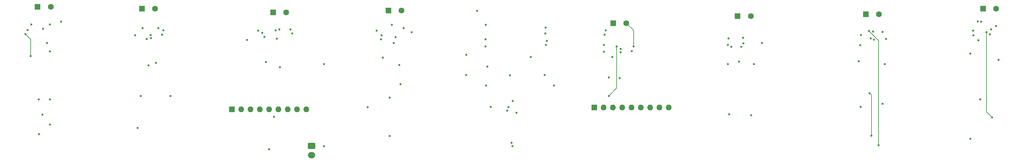
<source format=gbr>
%TF.GenerationSoftware,KiCad,Pcbnew,8.0.8*%
%TF.CreationDate,2025-05-04T20:59:53-05:00*%
%TF.ProjectId,Feedback_sleeve,46656564-6261-4636-9b5f-736c65657665,rev?*%
%TF.SameCoordinates,Original*%
%TF.FileFunction,Copper,L8,Inr*%
%TF.FilePolarity,Positive*%
%FSLAX46Y46*%
G04 Gerber Fmt 4.6, Leading zero omitted, Abs format (unit mm)*
G04 Created by KiCad (PCBNEW 8.0.8) date 2025-05-04 20:59:53*
%MOMM*%
%LPD*%
G01*
G04 APERTURE LIST*
G04 Aperture macros list*
%AMRoundRect*
0 Rectangle with rounded corners*
0 $1 Rounding radius*
0 $2 $3 $4 $5 $6 $7 $8 $9 X,Y pos of 4 corners*
0 Add a 4 corners polygon primitive as box body*
4,1,4,$2,$3,$4,$5,$6,$7,$8,$9,$2,$3,0*
0 Add four circle primitives for the rounded corners*
1,1,$1+$1,$2,$3*
1,1,$1+$1,$4,$5*
1,1,$1+$1,$6,$7*
1,1,$1+$1,$8,$9*
0 Add four rect primitives between the rounded corners*
20,1,$1+$1,$2,$3,$4,$5,0*
20,1,$1+$1,$4,$5,$6,$7,0*
20,1,$1+$1,$6,$7,$8,$9,0*
20,1,$1+$1,$8,$9,$2,$3,0*%
G04 Aperture macros list end*
%TA.AperFunction,ComponentPad*%
%ADD10RoundRect,0.250000X-0.550000X-0.550000X0.550000X-0.550000X0.550000X0.550000X-0.550000X0.550000X0*%
%TD*%
%TA.AperFunction,ComponentPad*%
%ADD11C,1.600000*%
%TD*%
%TA.AperFunction,ComponentPad*%
%ADD12R,1.600000X1.600000*%
%TD*%
%TA.AperFunction,ComponentPad*%
%ADD13O,1.600000X1.600000*%
%TD*%
%TA.AperFunction,ComponentPad*%
%ADD14RoundRect,0.250000X-0.750000X0.600000X-0.750000X-0.600000X0.750000X-0.600000X0.750000X0.600000X0*%
%TD*%
%TA.AperFunction,ComponentPad*%
%ADD15O,2.000000X1.700000*%
%TD*%
%TA.AperFunction,ViaPad*%
%ADD16C,0.600000*%
%TD*%
%TA.AperFunction,Conductor*%
%ADD17C,0.200000*%
%TD*%
G04 APERTURE END LIST*
D10*
%TO.N,Net-(J7-Pin_1)*%
%TO.C,J7*%
X242900000Y-17500000D03*
D11*
%TO.N,Net-(J7-Pin_2)*%
X246500000Y-17500000D03*
%TD*%
D10*
%TO.N,Net-(J8-Pin_1)*%
%TO.C,J8*%
X274900000Y-16000000D03*
D11*
%TO.N,Net-(J8-Pin_2)*%
X278500000Y-16000000D03*
%TD*%
D10*
%TO.N,Net-(J2-Pin_1)*%
%TO.C,J2*%
X45200000Y-16000000D03*
D11*
%TO.N,Net-(J2-Pin_2)*%
X48800000Y-16000000D03*
%TD*%
D10*
%TO.N,Net-(J6-Pin_1)*%
%TO.C,J6*%
X207900000Y-18000000D03*
D11*
%TO.N,Net-(J6-Pin_2)*%
X211500000Y-18000000D03*
%TD*%
D10*
%TO.N,Net-(J3-Pin_1)*%
%TO.C,J3*%
X81000000Y-17000000D03*
D11*
%TO.N,Net-(J3-Pin_2)*%
X84600000Y-17000000D03*
%TD*%
D12*
%TO.N,Net-(RN1-common)*%
%TO.C,RN2*%
X69760000Y-43500000D03*
D13*
%TO.N,Net-(RN2-R1)*%
X72300000Y-43500000D03*
%TO.N,Net-(RN2-R2)*%
X74840000Y-43500000D03*
%TO.N,Net-(RN2-R3)*%
X77380000Y-43500000D03*
%TO.N,Net-(RN2-R4)*%
X79920000Y-43500000D03*
%TO.N,Net-(RN2-R5)*%
X82460000Y-43500000D03*
%TO.N,Net-(RN2-R6)*%
X85000000Y-43500000D03*
%TO.N,Net-(RN2-R7)*%
X87540000Y-43500000D03*
%TO.N,Net-(RN2-R8)*%
X90080000Y-43500000D03*
%TD*%
D14*
%TO.N,Net-(J9-Pin_1)*%
%TO.C,J9*%
X91500000Y-53500000D03*
D15*
%TO.N,Net-(J9-Pin_2)*%
X91500000Y-56000000D03*
%TD*%
D10*
%TO.N,Net-(J4-Pin_1)*%
%TO.C,J4*%
X112500000Y-16500000D03*
D11*
%TO.N,Net-(J4-Pin_2)*%
X116100000Y-16500000D03*
%TD*%
D12*
%TO.N,Net-(RN1-common)*%
%TO.C,RN1*%
X168760000Y-43000000D03*
D13*
%TO.N,Net-(RN1-R1)*%
X171300000Y-43000000D03*
%TO.N,Net-(RN1-R2)*%
X173840000Y-43000000D03*
%TO.N,Net-(RN1-R3)*%
X176380000Y-43000000D03*
%TO.N,Net-(RN1-R4)*%
X178920000Y-43000000D03*
%TO.N,Net-(RN1-R5)*%
X181460000Y-43000000D03*
%TO.N,Net-(RN1-R6)*%
X184000000Y-43000000D03*
%TO.N,Net-(RN1-R7)*%
X186540000Y-43000000D03*
%TO.N,Net-(RN1-R8)*%
X189080000Y-43000000D03*
%TD*%
D10*
%TO.N,Net-(J1-Pin_1)*%
%TO.C,J1*%
X16700000Y-15500000D03*
D11*
%TO.N,Net-(J1-Pin_2)*%
X20300000Y-15500000D03*
%TD*%
D10*
%TO.N,Net-(J5-Pin_1)*%
%TO.C,J5*%
X173900000Y-20000000D03*
D11*
%TO.N,Net-(J5-Pin_2)*%
X177500000Y-20000000D03*
%TD*%
D16*
%TO.N,Net-(U1-GND)*%
X17095500Y-50321100D03*
X171377100Y-27752000D03*
X205594700Y-44905300D03*
X14834800Y-28967500D03*
X179017600Y-27617400D03*
X47589500Y-23225400D03*
X110467800Y-24348000D03*
X172682700Y-34819700D03*
X112842700Y-40329300D03*
X208245400Y-30467500D03*
X50728400Y-23100000D03*
X209432800Y-25440000D03*
X272252400Y-23280900D03*
X171566300Y-23086900D03*
X79067000Y-30518700D03*
X46961400Y-31470500D03*
X244401700Y-50745200D03*
X243947400Y-39076400D03*
X44866000Y-39904100D03*
X17001400Y-40829300D03*
X240951400Y-30411500D03*
X274157400Y-40829300D03*
X78663200Y-23693200D03*
X271418700Y-28282100D03*
X110979400Y-29408200D03*
X155457500Y-21133100D03*
X13395100Y-22941500D03*
X214570700Y-25376200D03*
X245123800Y-24500000D03*
%TO.N,Net-(U2-REG)*%
X274410700Y-19564400D03*
X279125700Y-29974700D03*
%TO.N,Net-(U4-REG)*%
X175674700Y-34923400D03*
%TO.N,Net-(U5-REG)*%
X113469400Y-20366500D03*
X115453800Y-31382200D03*
%TO.N,Net-(U10-REG)*%
X45411400Y-21344600D03*
X49065500Y-30811900D03*
%TO.N,Net-(U6-REG)*%
X15016300Y-20335300D03*
X20090700Y-47685200D03*
%TO.N,Net-(U9-REG)*%
X76938700Y-22008700D03*
X82922700Y-31970500D03*
%TO.N,Net-(U7-REG)*%
X243781600Y-22118400D03*
X246384400Y-53336900D03*
%TO.N,Net-(J1-Pin_1)*%
X19292700Y-25376200D03*
%TO.N,Net-(J1-Pin_2)*%
X23082700Y-19564400D03*
%TO.N,Net-(J2-Pin_2)*%
X51017600Y-21908700D03*
%TO.N,Net-(J2-Pin_1)*%
X47668900Y-24070700D03*
%TO.N,Net-(J3-Pin_2)*%
X85786700Y-21656900D03*
%TO.N,Net-(J3-Pin_1)*%
X86280400Y-22742700D03*
%TO.N,Net-(J4-Pin_1)*%
X114461700Y-23761600D03*
%TO.N,Net-(J4-Pin_2)*%
X118886400Y-22470300D03*
%TO.N,Net-(J5-Pin_2)*%
X179457200Y-26300300D03*
%TO.N,Net-(J5-Pin_1)*%
X175926200Y-27900000D03*
%TO.N,Net-(J6-Pin_1)*%
X208896100Y-26420700D03*
%TO.N,Net-(J7-Pin_1)*%
X248395400Y-24250000D03*
%TO.N,Net-(J7-Pin_2)*%
X244868400Y-22227600D03*
%TO.N,Net-(J8-Pin_1)*%
X276779600Y-23010400D03*
%TO.N,Net-(J8-Pin_2)*%
X277122500Y-21666800D03*
%TO.N,Net-(J9-Pin_1)*%
X145754700Y-34211000D03*
X94890700Y-31188000D03*
%TO.N,Net-(U1-PC01_A1_D1)*%
X173685700Y-29242000D03*
X171845900Y-21950500D03*
X139125100Y-20375000D03*
%TO.N,Net-(U1-PC05_A5_D5_SCL)*%
X139557100Y-31818900D03*
%TO.N,Net-(U1-PA03_A8_D8_SCK)*%
X82011000Y-24176200D03*
%TO.N,Net-(U1-PC00_A0_D0)*%
X273512700Y-19481600D03*
X273612700Y-24641500D03*
X136778700Y-16617400D03*
%TO.N,Net-(U1-PC06_A6_D6_TX)*%
X133786700Y-34093900D03*
X205249400Y-31188000D03*
X206170900Y-26416600D03*
%TO.N,Net-(U1-PC02_A2_D2)*%
X139058900Y-24413400D03*
X113954100Y-25376200D03*
%TO.N,Net-(U1-PA04_A9_D9_MISO)*%
X46445800Y-24270700D03*
X151344000Y-29168400D03*
%TO.N,Net-(U1-PC04_A4_D4_SDA)*%
X133786700Y-28647700D03*
%TO.N,Net-(U1-PC07_A7_D7_RX)*%
X155190200Y-34138800D03*
%TO.N,Net-(U1-PC03_A3_D3)*%
X139058900Y-26342800D03*
X241421900Y-25985700D03*
%TO.N,Net-(RN1-common)*%
X139214400Y-36999800D03*
X247484100Y-22339600D03*
X157739200Y-36999800D03*
X20092300Y-40829300D03*
X20090700Y-27682400D03*
X116668800Y-21334700D03*
X53002700Y-39905700D03*
X115830300Y-36619000D03*
X82695300Y-21708700D03*
X278429300Y-20774000D03*
X20090700Y-20330100D03*
X248039400Y-31188000D03*
X247482700Y-41982700D03*
X212337400Y-31188000D03*
X211578700Y-45078700D03*
X175924200Y-26989200D03*
X49716200Y-21330200D03*
X155381200Y-22754500D03*
X209417200Y-23983900D03*
%TO.N,Net-(RN1-R6)*%
X81279700Y-45523400D03*
X81692800Y-21917300D03*
%TO.N,Net-(RN1-R7)*%
X205374400Y-24104900D03*
%TO.N,Net-(RN1-R2)*%
X18070000Y-44981300D03*
X18194400Y-21458700D03*
%TO.N,Net-(RN1-R8)*%
X205233400Y-25927500D03*
%TO.N,Net-(RN1-R5)*%
X78041100Y-22633100D03*
X79930700Y-54435200D03*
%TO.N,Net-(RN1-R3)*%
X43340400Y-23250000D03*
X44026700Y-48623400D03*
%TO.N,Net-(RN1-R1)*%
X13996600Y-21818200D03*
X145314800Y-42912200D03*
%TO.N,Net-(RN1-R4)*%
X144991400Y-43836400D03*
%TO.N,Net-(RN2-R5)*%
X277402700Y-45717500D03*
X275844500Y-22470700D03*
%TO.N,Net-(RN2-R6)*%
X146389300Y-53624600D03*
X272168000Y-21999100D03*
X94871000Y-53624600D03*
X271418700Y-51529300D03*
%TO.N,Net-(RN2-R7)*%
X155792100Y-24795800D03*
X147504600Y-44475500D03*
X244286900Y-24161600D03*
%TO.N,Net-(RN2-R4)*%
X146160000Y-52645400D03*
X171326500Y-25862500D03*
X155558000Y-25896600D03*
%TO.N,Net-(RN2-R8)*%
X241531400Y-23154400D03*
X241498700Y-42811600D03*
%TO.N,Net-(RN2-R2)*%
X140461900Y-42812200D03*
X106858700Y-42942100D03*
X110618800Y-23261600D03*
%TO.N,Net-(RN2-R3)*%
X172682700Y-39905700D03*
X174878000Y-26284700D03*
X146470800Y-41259900D03*
%TO.N,Net-(RN2-R1)*%
X73946700Y-24529200D03*
X112842700Y-50827800D03*
X109318900Y-22028000D03*
%TD*%
D17*
%TO.N,Net-(U1-GND)*%
X14834800Y-28967500D02*
X14834800Y-24381200D01*
X244401700Y-39530700D02*
X243947400Y-39076400D01*
X244401700Y-50745200D02*
X244401700Y-39530700D01*
X14834800Y-24381200D02*
X13395100Y-22941500D01*
%TO.N,Net-(U7-REG)*%
X246384400Y-53336900D02*
X246384400Y-24721200D01*
X246384400Y-24721200D02*
X243781600Y-22118400D01*
%TO.N,Net-(J5-Pin_2)*%
X179457200Y-21957200D02*
X179457200Y-26300300D01*
X177500000Y-20000000D02*
X179457200Y-21957200D01*
%TO.N,Net-(RN2-R5)*%
X275844500Y-44159300D02*
X277402700Y-45717500D01*
X275844500Y-22470700D02*
X275844500Y-44159300D01*
%TO.N,Net-(RN2-R3)*%
X174878000Y-26284700D02*
X174878000Y-37710400D01*
X174878000Y-37710400D02*
X172682700Y-39905700D01*
%TD*%
M02*

</source>
